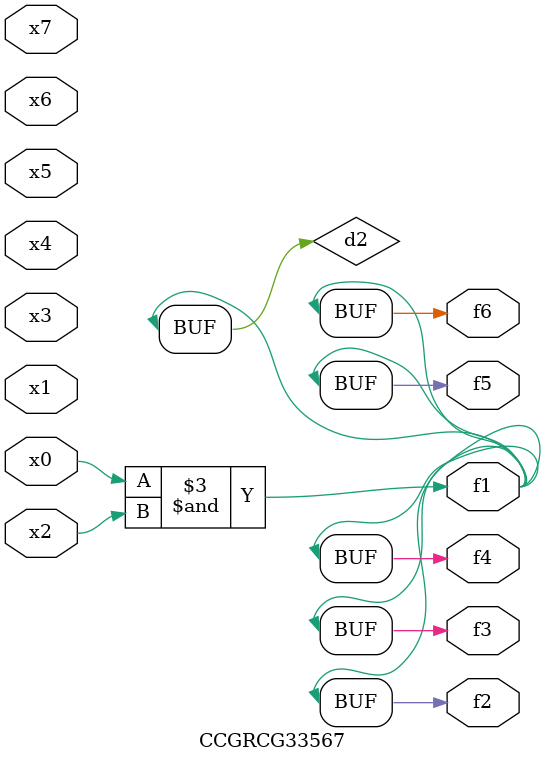
<source format=v>
module CCGRCG33567(
	input x0, x1, x2, x3, x4, x5, x6, x7,
	output f1, f2, f3, f4, f5, f6
);

	wire d1, d2;

	nor (d1, x3, x6);
	and (d2, x0, x2);
	assign f1 = d2;
	assign f2 = d2;
	assign f3 = d2;
	assign f4 = d2;
	assign f5 = d2;
	assign f6 = d2;
endmodule

</source>
